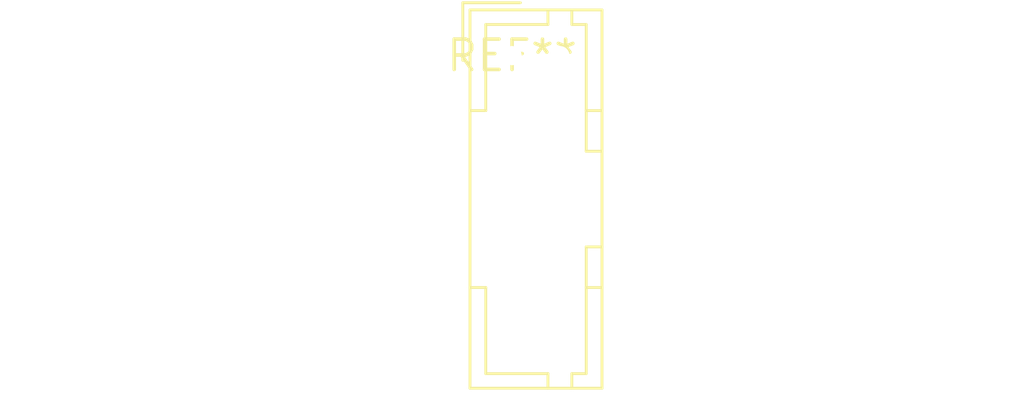
<source format=kicad_pcb>
(kicad_pcb (version 20240108) (generator pcbnew)
  (layers (0 "F.Cu" signal) (31 "B.Cu" signal) (34 "B.Paste" user) (35 "F.Paste" user) (36 "B.SilkS" user "B.Silkscreen") (37 "F.SilkS" user "F.Silkscreen") (38 "B.Mask" user) (39 "F.Mask" user) (44 "Edge.Cuts" user))
  (net 0 "")
  (footprint "JAE_LY20-14P-DT1_2x07_P2.00mm_Vertical" (layer "F.Cu") (at 0 0)
    (property "Reference" "REF**")
    (property "Value" "JAE_LY20-14P-DT1_2x07_P2.00mm_Vertical")
    (fp_line (start -2.06 -2.21) (end -2.06 0.2) (layer "F.SilkS") (stroke (width 0.12)))
    (fp_line (start -1.76 -1.91) (end -1.76 13.91) (layer "F.SilkS") (stroke (width 0.12)))
    (fp_line (start -1.76 13.91) (end 3.76 13.91) (layer "F.SilkS") (stroke (width 0.12)))
    (fp_line (start -1.1 -1.3) (end -1.1 2.3) (layer "F.SilkS") (stroke (width 0.12)))
    (fp_line (start -1.1 2.3) (end -1.76 2.3) (layer "F.SilkS") (stroke (width 0.12)))
    (fp_line (start -1.1 9.7) (end -1.76 9.7) (layer "F.SilkS") (stroke (width 0.12)))
    (fp_line (start -1.1 13.3) (end -1.1 9.7) (layer "F.SilkS") (stroke (width 0.12)))
    (fp_line (start 0.35 -2.21) (end -2.06 -2.21) (layer "F.SilkS") (stroke (width 0.12)))
    (fp_line (start 1.5 -1.91) (end 1.5 -1.3) (layer "F.SilkS") (stroke (width 0.12)))
    (fp_line (start 1.5 -1.3) (end -1.1 -1.3) (layer "F.SilkS") (stroke (width 0.12)))
    (fp_line (start 1.5 13.3) (end -1.1 13.3) (layer "F.SilkS") (stroke (width 0.12)))
    (fp_line (start 1.5 13.91) (end 1.5 13.3) (layer "F.SilkS") (stroke (width 0.12)))
    (fp_line (start 2.5 -1.91) (end 2.5 -1.3) (layer "F.SilkS") (stroke (width 0.12)))
    (fp_line (start 2.5 -1.3) (end 3.1 -1.3) (layer "F.SilkS") (stroke (width 0.12)))
    (fp_line (start 2.5 13.3) (end 3.1 13.3) (layer "F.SilkS") (stroke (width 0.12)))
    (fp_line (start 2.5 13.91) (end 2.5 13.3) (layer "F.SilkS") (stroke (width 0.12)))
    (fp_line (start 3.1 -1.3) (end 3.1 4) (layer "F.SilkS") (stroke (width 0.12)))
    (fp_line (start 3.1 4) (end 3.76 4) (layer "F.SilkS") (stroke (width 0.12)))
    (fp_line (start 3.1 8) (end 3.76 8) (layer "F.SilkS") (stroke (width 0.12)))
    (fp_line (start 3.1 13.3) (end 3.1 8) (layer "F.SilkS") (stroke (width 0.12)))
    (fp_line (start 3.76 -1.91) (end -1.76 -1.91) (layer "F.SilkS") (stroke (width 0.12)))
    (fp_line (start 3.76 2.3) (end 3.1 2.3) (layer "F.SilkS") (stroke (width 0.12)))
    (fp_line (start 3.76 9.7) (end 3.1 9.7) (layer "F.SilkS") (stroke (width 0.12)))
    (fp_line (start 3.76 13.91) (end 3.76 -1.91) (layer "F.SilkS") (stroke (width 0.12)))
    (pad "a1" thru_hole roundrect (at 0 0) (size 1.2 1.2) (drill 0.8) (layers *.Cu *.Mask) (remove_unused_layers) (roundrect_rratio 0.208333))
    (pad "a2" thru_hole circle (at 0 2) (size 1.2 1.2) (drill 0.8) (layers *.Cu *.Mask) (remove_unused_layers))
    (pad "a3" thru_hole circle (at 0 4) (size 1.2 1.2) (drill 0.8) (layers *.Cu *.Mask) (remove_unused_layers))
    (pad "a4" thru_hole circle (at 0 6) (size 1.2 1.2) (drill 0.8) (layers *.Cu *.Mask) (remove_unused_layers))
    (pad "a5" thru_hole circle (at 0 8) (size 1.2 1.2) (drill 0.8) (layers *.Cu *.Mask) (remove_unused_layers))
    (pad "a6" thru_hole circle (at 0 10) (size 1.2 1.2) (drill 0.8) (layers *.Cu *.Mask) (remove_unused_layers))
    (pad "a7" thru_hole circle (at 0 12) (size 1.2 1.2) (drill 0.8) (layers *.Cu *.Mask) (remove_unused_layers))
    (pad "b1" thru_hole circle (at 2 0) (size 1.2 1.2) (drill 0.8) (layers *.Cu *.Mask) (remove_unused_layers))
    (pad "b2" thru_hole circle (at 2 2) (size 1.2 1.2) (drill 0.8) (layers *.Cu *.Mask) (remove_unused_layers))
    (pad "b3" thru_hole circle (at 2 4) (size 1.2 1.2) (drill 0.8) (layers *.Cu *.Mask) (remove_unused_layers))
    (pad "b4" thru_hole circle (at 2 6) (size 1.2 1.2) (drill 0.8) (layers *.Cu *.Mask) (remove_unused_layers))
    (pad "b5" thru_hole circle (at 2 8) (size 1.2 1.2) (drill 0.8) (layers *.Cu *.Mask) (remove_unused_layers))
    (pad "b6" thru_hole circle (at 2 10) (size 1.2 1.2) (drill 0.8) (layers *.Cu *.Mask) (remove_unused_layers))
    (pad "b7" thru_hole circle (at 2 12) (size 1.2 1.2) (drill 0.8) (layers *.Cu *.Mask) (remove_unused_layers))
  )
)
</source>
